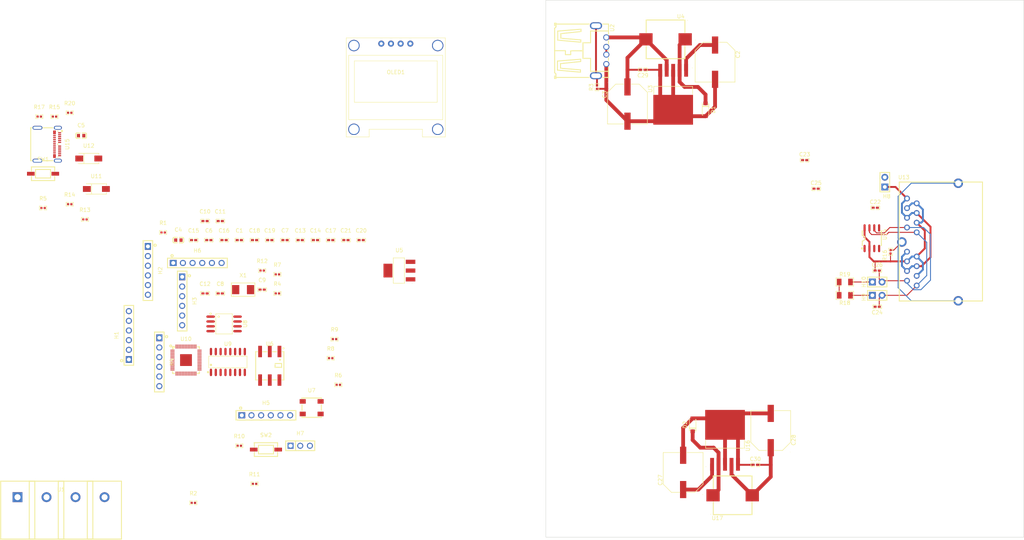
<source format=kicad_pcb>
(kicad_pcb (version 20221018) (generator pcbnew)
  (layers (0 "F.Cu" signal) (31 "B.Cu" signal) (34 "B.Paste" user) (35 "F.Paste" user) (36 "B.SilkS" user "B.Silkscreen") (37 "F.SilkS" user "F.Silkscreen") (38 "B.Mask" user) (39 "F.Mask" user) (44 "Edge.Cuts" user))
  (net 0 "")
  (net 1 "GND")
  (net 2 "+3.3V")
  (net 3 "+VDC")
  (net 4 "/External PSU/Vout")
  (net 5 "+5V")
  (net 6 "Net-(U10-XIN)")
  (net 7 "Net-(X1-OSC2)")
  (net 8 "+1V1")
  (net 9 "Net-(U14-CANH)")
  (net 10 "Net-(C25-Pad1)")
  (net 11 "Net-(U14-CANL)")
  (net 12 "/RP2040/5V PSU/Vout")
  (net 13 "Net-(U3-OUT)")
  (net 14 "Net-(U16-OUT)")
  (net 15 "/RP2040/ADC3")
  (net 16 "/RP2040/ADC2")
  (net 17 "/RP2040/ADC1")
  (net 18 "/RP2040/ADC0")
  (net 19 "/RP2040/IO3")
  (net 20 "/RP2040/IO2")
  (net 21 "/RP2040/IO1")
  (net 22 "/RP2040/IO0")
  (net 23 "/RP2040/IO7")
  (net 24 "/RP2040/IO6")
  (net 25 "/RP2040/IO5")
  (net 26 "/RP2040/IO4")
  (net 27 "/RP2040/IO11")
  (net 28 "/RP2040/IO10")
  (net 29 "/RP2040/IO9")
  (net 30 "/RP2040/IO8")
  (net 31 "/RP2040/IO15")
  (net 32 "/RP2040/IO14")
  (net 33 "/RP2040/IO13")
  (net 34 "/RP2040/IO12")
  (net 35 "/RP2040/Debug_Rx")
  (net 36 "/RP2040/Debug_Tx")
  (net 37 "/RP2040/Debug_Data")
  (net 38 "/RP2040/Debug_Clock")
  (net 39 "Net-(U7-DO)")
  (net 40 "Net-(H8-Pad1)")
  (net 41 "Net-(H9-Pad1)")
  (net 42 "Net-(H10-Pad1)")
  (net 43 "/RP2040/I2C_SCL")
  (net 44 "/RP2040/I2C_SDA")
  (net 45 "Net-(U2-SH1)")
  (net 46 "/RP2040/SPI_FLASH.SS")
  (net 47 "Net-(R5-Pad1)")
  (net 48 "Net-(U9-D7)")
  (net 49 "Net-(U9-D6)")
  (net 50 "Net-(U9-D5)")
  (net 51 "Net-(U9-D4)")
  (net 52 "Net-(U10-RUN)")
  (net 53 "Net-(R11-Pad2)")
  (net 54 "Net-(U10-XOUT)")
  (net 55 "/RP2040/USBC.DP")
  (net 56 "Net-(U10-USB_DP)")
  (net 57 "/RP2040/USBC.DM")
  (net 58 "Net-(U10-USB_DM)")
  (net 59 "Net-(U15-CC2)")
  (net 60 "Net-(R16-Pad1)")
  (net 61 "/RP2040/USBC.SHIELD")
  (net 62 "Net-(U15-CC1)")
  (net 63 "Net-(U2-D+)")
  (net 64 "/RP2040/LED_Din")
  (net 65 "/RP2040/SPI_FLASH.SD1")
  (net 66 "/RP2040/SPI_FLASH.SD2")
  (net 67 "/RP2040/SPI_FLASH.SD3")
  (net 68 "/RP2040/SPI_FLASH.SCLK")
  (net 69 "/RP2040/SPI_FLASH.SD0")
  (net 70 "/RP2040/SR_Load")
  (net 71 "/RP2040/SR_Clock")
  (net 73 "/RP2040/SR_Data")
  (net 74 "Net-(U10-GPIO24)")
  (net 75 "Net-(U10-GPIO25)")
  (net 76 "/RP2040/USBC.VBUS")
  (footprint "jlc_footprints:HDR-TH_3P-P2.54-V-F" (layer "F.Cu") (at 92.5 132)
    (fp_text reference "H7")
    (fp_text value "WS2812")
  )
  (footprint "jlc_footprints:C0402" (layer "F.Cu") (at 92.5 78)
    (fp_text reference "C13")
    (fp_text value "1uF")
  )
  (footprint "jlc_footprints:R1206" (layer "F.Cu") (at 235.5 89)
    (fp_text reference "R19")
    (fp_text value "60R4")
  )
  (footprint "jlc_footprints:TO-263-5_L10.6-W9.6-P1.70-LS15.9-BR" (layer "F.Cu") (at 190.42507 38.591568 90)
    (fp_text reference "U3")
    (fp_text value "LM2576S-5_0_TR")
  )
  (footprint "jlc_footprints:R0402" (layer "F.Cu") (at 76.5 132)
    (fp_text reference "R10")
    (fp_text value "10K")
  )
  (footprint "jlc_footprints:CAP-SMD_BD10.0-L10.3-W10.3-FD" (layer "F.Cu") (at 193.045085 139 90)
    (fp_text reference "C27")
    (fp_text value "100uF")
  )
  (footprint "jlc_footprints:HDR-TH_6P-P2.54-V-F" (layer "F.Cu") (at 55.5 110 -90)
    (fp_text reference "H4")
    (fp_text value "IO_C")
  )
  (footprint "jlc_footprints:CONN-TH_4P-P7.62_L15.2-W31.7-EX4.2" (layer "F.Cu") (at 29.689992 145.5)
    (fp_text reference "U1")
    (fp_text value "DBT50G-7_62-4P")
  )
  (footprint "jlc_footprints:R0402" (layer "F.Cu") (at 31.969901 68.569977)
    (fp_text reference "R14")
    (fp_text value "27R4")
  )
  (footprint "jlc_footprints:RJ45-TH_DS1129-05-S80BP-X" (layer "F.Cu") (at 257.885503 78.5 90)
    (fp_text reference "U13")
    (fp_text value "CAN_IO")
  )
  (footprint "jlc_footprints:SOD-123_L2.8-W1.8-LS3.7-RD" (layer "F.Cu") (at 195.545085 126.5 90)
    (fp_text reference "D2")
    (fp_text value "MBR340F")
  )
  (footprint "jlc_footprints:C0402" (layer "F.Cu") (at 224.954915 57)
    (fp_text reference "C23")
    (fp_text value "47nF")
  )
  (footprint "jlc_footprints:C0402" (layer "F.Cu") (at 71.5 73)
    (fp_text reference "C11")
    (fp_text value "100nF")
  )
  (footprint "jlc_footprints:CAP-SMD_BD10.0-L10.3-W10.3-FD" (layer "F.Cu") (at 201.42507 31.274956 -90)
    (fp_text reference "C2")
    (fp_text value "100uF")
  )
  (footprint "jlc_footprints:R0402" (layer "F.Cu") (at 102.5 116)
    (fp_text reference "R6")
    (fp_text value "10K")
  )
  (footprint "jlc_footprints:C0402" (layer "F.Cu") (at 76.5 78)
    (fp_text reference "C1")
    (fp_text value "100nF")
  )
  (footprint "jlc_footprints:R0402" (layer "F.Cu") (at 35.969901 72.569977)
    (fp_text reference "R13")
    (fp_text value "27R4")
  )
  (footprint "jlc_footprints:C0402" (layer "F.Cu") (at 104.5 78)
    (fp_text reference "C21")
    (fp_text value "100nF")
  )
  (footprint "jlc_footprints:C0402" (layer "F.Cu") (at 244 86)
    (fp_text reference "C26")
    (fp_text value "100pF")
  )
  (footprint "jlc_footprints:HDR-TH_6P-P2.54-V-F" (layer "F.Cu") (at 65.5 84)
    (fp_text reference "H6")
    (fp_text value "Debug")
  )
  (footprint "jlc_footprints:C0402" (layer "F.Cu") (at 72.5 78)
    (fp_text reference "C16")
    (fp_text value "100nF")
  )
  (footprint "jlc_footprints:SOIC-8_L5.0-W4.0-P1.27-LS6.0-BL" (layer "F.Cu") (at 242.594996 77.5)
    (fp_text reference "U14")
    (fp_text value "TJA1042T_3_1J")
  )
  (footprint "jlc_footprints:LED-SMD_4P-L5.0-W5.0-LS5.4-TL-1" (layer "F.Cu") (at 95.5 122)
    (fp_text reference "U7")
    (fp_text value "WS2812E-V5")
  )
  (footprint "jlc_footprints:HDR-TH_6P-P2.54-V-F" (layer "F.Cu") (at 47.5 103 90)
    (fp_text reference "H1")
    (fp_text value "IO_ADC")
  )
  (footprint "jlc_footprints:R0402" (layer "F.Cu") (at 170.42507 37.842139 90)
    (fp_text reference "R3")
    (fp_text value "1M")
  )
  (footprint "jlc_footprints:C0402" (layer "F.Cu") (at 88.5 78)
    (fp_text reference "C7")
    (fp_text value "100nF")
  )
  (footprint "jlc_footprints:C0402" (layer "F.Cu") (at 82.5 91)
    (fp_text reference "C9")
    (fp_text value "27p")
  )
  (footprint "jlc_footprints:HDR-TH_2P-P2.54-V-M-1" (layer "F.Cu") (at 246 62.770003 90)
    (fp_text reference "H8")
    (fp_text value "PWR")
  )
  (footprint "jlc_footprints:HDR-TH_6P-P2.54-V-F" (layer "F.Cu") (at 52.5 86 -90)
    (fp_text reference "H2")
    (fp_text value "IO_A")
  )
  (footprint "jlc_footprints:R0402" (layer "F.Cu") (at 56.5 76)
    (fp_text reference "R1")
    (fp_text value "10K")
  )
  (footprint "jlc_footprints:R0402" (layer "F.Cu") (at 31.969901 44.569977)
    (fp_text reference "R20")
    (fp_text value "5K1")
  )
  (footprint "jlc_footprints:C0402" (layer "F.Cu") (at 80.5 78)
    (fp_text reference "C18")
    (fp_text value "100nF")
  )
  (footprint "jlc_footprints:USB-C-SMD_TYPE-C-USB-18" (layer "F.Cu") (at 26.409957 52.820041 -90)
    (fp_text reference "U15")
    (fp_text value "USB-C")
  )
  (footprint "jlc_footprints:C0402" (layer "F.Cu") (at 67.5 92)
    (fp_text reference "C12")
    (fp_text value "1uF")
  )
  (footprint "jlc_footprints:OSC-SMD_2P-L5.0-W3.2" (layer "F.Cu") (at 77.5 91)
    (fp_text reference "X1")
    (fp_text value "12MHz")
  )
  (footprint "jlc_footprints:SW-SMD_L6.1-W3.6-LS6.6" (layer "F.Cu") (at 24.969901 60.569977)
    (fp_text reference "SW1")
    (fp_text value "BOOTSEL")
  )
  (footprint "jlc_footprints:TO-263-5_L10.6-W9.6-P1.70-LS15.9-BR" (layer "F.Cu") (at 204.045085 131.683388 -90)
    (fp_text reference "U16")
    (fp_text value "LM2576S-5_0_TR")
  )
  (footprint "jlc_footprints:R0402" (layer "F.Cu") (at 80.5 142)
    (fp_text reference "R11")
    (fp_text value "1K")
  )
  (footprint "jlc_footprints:R0402" (layer "F.Cu") (at 82.5 86)
    (fp_text reference "R12")
    (fp_text value "1K")
  )
  (footprint "jlc_footprints:HDR-TH_6P-P2.54-V-F" (layer "F.Cu") (at 61.5 94 -90)
    (fp_text reference "H3")
    (fp_text value "IO_B")
  )
  (footprint "jlc_footprints:SW-SMD_L6.1-W3.6-LS6.6" (layer "F.Cu") (at 83.5 133)
    (fp_text reference "SW2")
    (fp_text value "RESET")
  )
  (footprint "jlc_footprints:R0402" (layer "F.Cu") (at 23.969901 45.569977)
    (fp_text reference "R17")
    (fp_text value "1M")
  )
  (footprint "jlc_footprints:R0402" (layer "F.Cu") (at 86.5 92)
    (fp_text reference "R4")
    (fp_text value "10K")
  )
  (footprint "jlc_footprints:R0402" (layer "F.Cu") (at 27.969901 45.569977)
    (fp_text reference "R15")
    (fp_text value "5K1")
  )
  (footprint "jlc_footprints:C0402" (layer "F.Cu") (at 108.5 78)
    (fp_text reference "C20")
    (fp_text value "100nF")
  )
  (footprint "jlc_footprints:SOIC-8_L5.3-W5.3-P1.27-LS8.0-BL" (layer "F.Cu") (at 72.5 100 -90)
    (fp_text reference "U8")
    (fp_text value "W25Q128JVSIQ")
  )
  (footprint "jlc_footprints:C0402" (layer "F.Cu") (at 244 95.5 180)
    (fp_text reference "C24")
    (fp_text value "100pF")
  )
  (footprint "jlc_footprints:SOT-223-3_L6.5-W3.4-P2.30-LS7.0-BR" (layer "F.Cu") (at 118.5 86)
    (fp_text reference "U5")
    (fp_text value "NCP1117ST33T3G")
  )
  (footprint "jlc_footprints:SMA_L4.4-W2.8-LS5.4-R-RD" (layer "F.Cu") (at 38.969901 64.569977)
    (fp_text reference "U11")
    (fp_text value "SS54_C22452")
  )
  (footprint "jlc_footprints:CAP-SMD_BD10.0-L10.3-W10.3-LS11.3-FD" (layer "F.Cu") (at 178.42507 42.274956 -90)
    (fp_text reference "C3")
    (fp_text value "1000uF")
  )
  (footprint "jlc_footprints:CAP-SMD_BD10.0-L10.3-W10.3-LS11.3-FD" (layer "F.Cu") (at 216.045085 128 90)
    (fp_text reference "C28")
    (fp_text value "1000uF")
  )
  (footprint "jlc_footprints:C0402" (layer "F.Cu") (at 67.5 73)
    (fp_text reference "C10")
    (fp_text value "100nF")
  )
  (footprint "jlc_footprints:C0603" (layer "F.Cu") (at 34.969901 50.569977)
    (fp_text reference "C5")
    (fp_text value "10uF")
  )
  (footprint "jlc_footprints:C0402" (layer "F.Cu") (at 84.5 78)
    (fp_text reference "C19")
    (fp_text value "100nF")
  )
  (footprint "jlc_footprints:C0402" (layer "F.Cu") (at 64.5 78)
    (fp_text reference "C15")
    (fp_text value "100nF")
  )
  (footprint "jlc_footprints:R0402" (layer "F.Cu") (at 247.5 81.067183 -90)
    (fp_text reference "R16")
    (fp_text value "1M")
  )
  (footprint "jlc_footprints:SMA_L4.4-W2.8-LS5.4-R-RD" (layer "F.Cu") (at 36.969901 56.569977)
    (fp_text reference "U12")
    (fp_text value "SS54_C22452")
  )
  (footprint "jlc_footprints:R0402" (layer "F.Cu") (at 24.969901 69.569977)
    (fp_text reference "R5")
    (fp_text value "1K")
  )
  (footprint "jlc_footprints:SW-SMD_SM_SKCR-16S" (layer "F.Cu") (at 84.5 111)
    (fp_text reference "U6")
    (fp_text value "SKCR-16S")
  )
  (footprint "jlc_footprints:C0603" (layer "F.Cu") (at 60.5 78)
    (fp_text reference "C4")
    (fp_text value "10uF")
  )
  (footprint "jlc_footprints:C0402" (layer "F.Cu") (at 227.954915 64.5)
    (fp_text reference "C25")
    (fp_text value "4.7nF")
  )
  (footprint "jlc_footprints:C0402" (layer "F.Cu") (at 96.5 78)
    (fp_text reference "C14")
    (fp_text value "100nF")
  )
  (footprint "jlc_footprints:R1206" (layer "F.Cu") (at 235.5 92.5 180)
    (fp_text reference "R18")
    (fp_text value "60R4")
  )
  (footprint "jlc_footprints:USB-A-TH_USB-302-T" (layer "F.Cu") (at 171.516383 28.274956 -90)
    (fp_text reference "U2")
    (fp_text value "USB-A")
  )
  (footprint "jlc_footprints:C0402" (layer "F.Cu") (at 68.5 78)
    (fp_text reference "C6")
    (fp_text value "100nF")
  )
  (footprint "jlc_footprints:SOIC-16_L9.9-W3.9-P1.27-LS6.0-BL" (layer "F.Cu") (at 73.5 110)
    (fp_text reference "U9")
    (fp_text value "74HC165D,653")
  )
  (footprint "jlc_footprints:R0402" (layer "F.Cu") (at 64.432817 147)
    (fp_text reference "R2")
    (fp_text value "10K")
  )
  (footprint "jlc_footprints:SOD-123_L2.8-W1.8-LS3.7-RD" (layer "F.Cu") (at 198.92507 43.774956 -90)
    (fp_text reference "D1")
    (fp_text value "MBR340F")
  )
  (footprint "jlc_footprints:IND-SMD_L11.5-W10.0_YSPI1050" (layer "F.Cu") (at 206.045085 145)
    (fp_text reference "U17")
    (fp_text value "100uH")
  )
  (footprint "jlc_footprints:LQFN-56_L7.0-W7.0-P0.4-EP" (layer "F.Cu") (at 62.5 109.500127)
    (fp_text reference "U10")
    (fp_text value "RP2040")
  )
  (footprint "jlc_footprints:HDR-TH_6P-P2.54-V-F" (layer "F.Cu") (at 83.5 124)
    (fp_text reference "H5")
    (fp_text value "IO_D")
  )
  (footprint "jlc_footprints:IND-SMD_L11.5-W10.0_YSPI1050" (layer "F.Cu") (at 188.42507 25.274956 180)
    (fp_text reference "U4")
    (fp_text value "100uH")
  )
  (footprint "jlc_footprints:R0402" (layer "F.Cu") (at 100.5 109)
    (fp_text reference "R8")
    (fp_text value "10K")
  )
  (footprint "jlc_footprints:C0402" (layer "F.Cu") (at 71.5 92)
    (fp_text reference "C8")
    (fp_text value "27p")
  )
  (footprint "jlc_footprints:C0402" (layer "F.Cu") (at 182.470155 33.274956 180)
    (fp_text reference "C29")
    (fp_text value "100nF")
  )
  (footprint "jlc_footprints:R0402" (layer "F.Cu") (at 101.5 104)
    (fp_text reference "R9")
    (fp_text value "10K")
  )
  (footprint "extern:SSD1306_0.96_Oled" (layer "F.Cu") (at 104.595 50.905)
    (fp_text reference "OLED1")
    (fp_text value "SSD1306")
  )
  (footprint "jlc_footprints:C0402" (layer "F.Cu") (at 243.5 69.5)
    (fp_text reference "C22")
    (fp_text value "100nF")
  )
  (footprint "jlc_footprints:C0402" (layer "F.Cu") (at 100.5 78)
    (fp_text reference "C17")
    (fp_text value "100nF")
  )
  (footprint "jlc_footprints:HDR-TH_2P-P2.54-V-M-1" (layer "F.Cu") (at 244 89)
    (fp_text reference "H10")
    (fp_text value "T_CL")
  )
  (footprint "jlc_footprints:R0402" (layer "F.Cu") (at 86.5 87)
    (fp_text reference "R7")
    (fp_text value "10K")
  )
  (footprint "jlc_footprints:HDR-TH_2P-P2.54-V-M-1" (layer "F.Cu") (at 244 92.5)
    (fp_text reference "H9")
    (fp_text value "T_CH")
  )
  (footprint "jlc_footprints:C0402" (layer "F.Cu") (at 212 137)
    (fp_text reference "C30")
    (fp_text value "100nF")
  )
  (gr_rect (start 157 15) (end 282.5 156) (stroke (width 0.1)) (fill none) (layer "Edge.Cuts"))
  (segment (start 172.871349 41.221108) (end 178.42507 46.774829) (width 1) (layer "F.Cu") (net 1))
  (segment (start 201.42507 42.967361) (end 198.92507 45.467361) (width 1) (layer "F.Cu") (net 1))
  (segment (start 198.92507 45.467361) (end 192.117475 45.467361) (width 1) (layer "F.Cu") (net 1))
  (segment (start 190.42507 33.40818) (end 190.42507 43.774956) (width 1) (layer "F.Cu") (net 1))
  (segment (start 202.35268 124.807595) (end 204.045085 126.5) (width 1) (layer "F.Cu") (net 1))
  (segment (start 216.045085 123.500127) (end 207.044958 123.500127) (width 1) (layer "F.Cu") (net 1))
  (segment (start 254.370492 82.309881) (end 256.5 80.180373) (width 0.5) (layer "F.Cu") (net 1))
  (segment (start 187.425197 46.774829) (end 190.42507 43.774956) (width 1) (layer "F.Cu") (net 1))
  (segment (start 241.959995 82.459995) (end 243.079883 83.579883) (width 0.5) (layer "F.Cu") (net 1))
  (segment (start 207.445136 129.900051) (end 204.045085 126.5) (width 1) (layer "F.Cu") (net 1))
  (segment (start 195.545085 124.807595) (end 202.35268 124.807595) (width 1) (layer "F.Cu") (net 1))
  (segment (start 170.42507 38.274956) (end 172.871349 38.274956) (width 0.5) (layer "F.Cu") (net 1))
  (segment (start 192.117475 45.467361) (end 190.42507 43.774956) (width 1) (layer "F.Cu") (net 1))
  (segment (start 247.5 81.5) (end 247.5 83.579883) (width 0.25) (layer "F.Cu") (net 1))
  (segment (start 201.42507 35.774829) (end 201.42507 42.967361) (width 1) (layer "F.Cu") (net 1))
  (segment (start 193.045085 134.500127) (end 193.045085 127.307595) (width 1) (layer "F.Cu") (net 1))
  (segment (start 204.045085 136.866776) (end 204.045085 126.5) (width 1) (layer "F.Cu") (net 1))
  (segment (start 187.025019 33.40818) (end 187.025019 40.374905) (width 1) (layer "F.Cu") (net 1))
  (segment (start 207.044958 123.500127) (end 204.045085 126.5) (width 1) (layer "F.Cu") (net 1))
  (segment (start 241.959995 78.459995) (end 240.689992 77.189992) (width 0.5) (layer "F.Cu") (net 1))
  (segment (start 178.42507 46.774829) (end 187.425197 46.774829) (width 1) (layer "F.Cu") (net 1))
  (segment (start 256.5 75.549371) (end 254.370492 73.419863) (width 0.5) (layer "F.Cu") (net 1))
  (segment (start 240.689992 77.189992) (end 240.689992 74.794895) (width 0.5) (layer "F.Cu") (net 1))
  (segment (start 187.025019 40.374905) (end 190.42507 43.774956) (width 1) (layer "F.Cu") (net 1))
  (segment (start 243.5 83.579883) (end 247.5 83.579883) (width 0.5) (layer "F.Cu") (net 1))
  (segment (start 256.5 80.180373) (end 256.5 75.549371) (width 0.5) (layer "F.Cu") (net 1))
  (segment (start 183.01524 33.274956) (end 186.891795 33.274956) (width 0.5) (layer "F.Cu") (net 1))
  (segment (start 243.454915 83.624968) (end 243.5 83.579883) (width 0.25) (layer "F.Cu") (net 1))
  (segment (start 207.57836 137) (end 207.445136 136.866776) (width 0.5) (layer "F.Cu") (net 1))
  (segment (start 243.454915 86) (end 243.454915 83.624968) (width 0.25) (layer "F.Cu") (net 1))
  (segment (start 207.445136 136.866776) (end 207.445136 129.900051) (width 1) (layer "F.Cu") (net 1))
  (segment (start 247.5 83.579883) (end 251.830486 83.579883) (width 0.5) (layer "F.Cu") (net 1))
  (segment (start 193.045085 127.307595) (end 195.545085 124.807595) (width 1) (layer "F.Cu") (net 1))
  (segment (start 243.079883 83.579883) (end 243.5 83.579883) (width 0.5) (layer "F.Cu") (net 1))
  (segment (start 172.871349 38.274956) (end 172.871349 41.221108) (width 1) (layer "F.Cu") (net 1))
  (segment (start 172.871349 31.775083) (end 172.871349 38.274956) (width 1) (layer "F.Cu") (net 1))
  (segment (start 211.454915 137) (end 207.57836 137) (width 0.5) (layer "F.Cu") (net 1))
  (segment (start 186.891795 33.274956) (end 187.025019 33.40818) (width 0.5) (layer "F.Cu") (net 1))
  (segment (start 241.959995 80.205105) (end 241.959995 78.459995) (width 0.5) (layer "F.Cu") (net 1))
  (segment (start 241.959995 80.205105) (end 241.959995 82.459995) (width 0.5) (layer "F.Cu") (net 1))
  (segment (start 256 83.939389) (end 254.370492 82.309881) (width 0.5) (layer "B.Cu") (net 1))
  (segment (start 253.100488 82.309881) (end 251.830486 83.579883) (width 0.5) (layer "B.Cu") (net 1))
  (segment (start 256 85.760383) (end 256 83.939389) (width 0.5) (layer "B.Cu") (net 1))
  (segment (start 254.370492 82.309881) (end 253.100488 82.309881) (width 0.5) (layer "B.Cu") (net 1))
  (segment (start 254.370492 73.419863) (end 255.580137 73.419863) (width 0.5) (layer "B.Cu") (net 1))
  (segment (start 253.100488 68.339853) (end 251.830486 69.609855) (width 0.5) (layer "B.Cu") (net 1))
  (segment (start 256 69.969361) (end 254.370492 68.339853) (width 0.5) (layer "B.Cu") (net 1))
  (segment (start 255.580137 73.419863) (end 256 73) (width 0.5) (layer "B.Cu") (net 1))
  (segment (start 254.370492 87.389891) (end 256 85.760383) (width 0.5) (layer "B.Cu") (net 1))
  (segment (start 254.370492 68.339853) (end 253.100488 68.339853) (width 0.5) (layer "B.Cu") (net 1))
  (segment (start 256 73) (end 256 69.969361) (width 0.5) (layer "B.Cu") (net 1))
  (segment (start 197.424943 26.775083) (end 201.42507 26.775083) (width 1) (layer "F.Cu") (net 3))
  (segment (start 200.645034 136.866776) (end 200.645034 139.900051) (width 1) (layer "F.Cu") (net 3))
  (segment (start 200.645034 139.900051) (end 197.045212 143.499873) (width 1) (layer "F.Cu") (net 3))
  (segment (start 193.825121 33.40818) (end 193.825121 30.374905) (width 1) (layer "F.Cu") (net 3))
  (segment (start 197.045212 143.499873) (end 193.045085 143.499873) (width 1) (layer "F.Cu") (net 3))
  (segment (start 193.825121 30.374905) (end 197.424943 26.775083) (width 1) (layer "F.Cu") (net 3))
  (segment (start 188.725045 33.40818) (end 188.725045 30.725045) (width 1) (layer "F.Cu") (net 4))
  (segment (start 188.725045 30.725045) (end 183.274956 25.274956) (width 1) (layer "F.Cu") (net 4))
  (segment (start 182.775083 24.775083) (end 183.274956 25.274956) (width 1) (layer "F.Cu") (net 4))
  (segment (start 178.42507 30.124842) (end 183.274956 25.274956) (width 1) (layer "F.Cu") (net 4))
  (segment (start 178.42507 33.274956) (end 178.42507 30.124842) (width 1) (layer "F.Cu") (net 4))
  (segment (start 178.42507 37.775083) (end 178.42507 33.274956) (width 1) (layer "F.Cu") (net 4))
  (segment (start 181.92507 33.274956) (end 178.42507 33.274956) (width 0.5) (layer "F.Cu") (net 4))
  (segment (start 172.871349 24.775083) (end 182.775083 24.775083) (width 1) (layer "F.Cu") (net 4))
  (segment (start 244.545085 95.5) (end 244.545085 93.224918) (width 0.25) (layer "F.Cu") (net 9))
  (segment (start 254.370492 75.959868) (end 247.040132 75.959868) (width 0.25) (layer "F.Cu") (net 9))
  (segment (start 244.545085 93.224918) (end 245.270003 92.5) (width 0.25) (layer "F.Cu") (net 9))
  (segment (start 251.800388 92.5) (end 245.270003 92.5) (width 0.25) (layer "F.Cu") (net 9))
  (segment (start 242.545003 76.545003) (end 241.959995 75.959995) (width 0.25) (layer "F.Cu") (net 9))
  (segment (start 246.454997 76.545003) (end 242.545003 76.545003) (width 0.25) (layer "F.Cu") (net 9))
  (segment (start 254.370492 89.929896) (end 251.800388 92.5) (width 0.25) (layer "F.Cu") (net 9))
  (segment (start 241.959995 75.959995) (end 241.959995 74.794895) (width 0.25) (layer "F.Cu") (net 9))
  (segment (start 247.040132 75.959868) (end 246.454997 76.545003) (width 0.25) (layer "F.Cu") (net 9))
  (segment (start 257 87.300388) (end 254.370492 89.929896) (width 0.25) (layer "B.Cu") (net 9))
  (segment (start 254.370492 75.959868) (end 257 78.589376) (width 0.25) (layer "B.Cu") (net 9))
  (segment (start 257 78.589376) (end 257 87.300388) (width 0.25) (layer "B.Cu") (net 9))
  (segment (start 234.021209 92.5) (end 234.021209 89) (width 0.25) (layer "F.Cu") (net 10))
  (segment (start 251.830486 88.659893) (end 245.61011 88.659893) (width 0.25) (layer "F.Cu") (net 11))
  (segment (start 245.904997 76.095003) (end 243.839198 76.095003) (width 0.25) (layer "F.Cu") (net 11))
  (segment (start 244.545085 88.275082) (end 245.270003 89) (width 0.25) (layer "F.Cu") (net 11))
  (segment (start 251.830486 74.689865) (end 247.310135 74.689865) (width 0.25) (layer "F.Cu") (net 11))
  (segment (start 247.310135 74.689865) (end 245.904997 76.095003) (width 0.25) (layer "F.Cu") (net 11))
  (segment (start 243.229997 75.485802) (end 243.229997 74.794895) (width 0.25) (layer "F.Cu") (net 11))
  (segment (start 243.839198 76.095003) (end 243.229997 75.485802) (width 0.25) (layer "F.Cu") (net 11))
  (segment (start 245.61011 88.659893) (end 245.270003 89) (width 0.25) (layer "F.Cu") (net 11))
  (segment (start 244.545085 86) (end 244.545085 88.275082) (width 0.25) (layer "F.Cu") (net 11))
  (segment (start 256.189865 74.689865) (end 258 76.5) (width 0.25) (layer "B.Cu") (net 11))
  (segment (start 258 76.5) (end 258 88.5) (width 0.25) (layer "B.Cu") (net 11))
  (segment (start 255.483103 91.016897) (end 253.516897 91.016897) (width 0.25) (layer "B.Cu") (net 11))
  (segment (start 253.516897 91.016897) (end 251.830486 89.330486) (width 0.25) (layer "B.Cu") (net 11))
  (segment (start 251.830486 74.689865) (end 256.189865 74.689865) (width 0.25) (layer "B.Cu") (net 11))
  (segment (start 251.830486 89.330486) (end 251.830486 88.659893) (width 0.25) (layer "B.Cu") (net 11))
  (segment (start 258 88.5) (end 255.483103 91.016897) (width 0.25) (layer "B.Cu") (net 11))
  (segment (start 216.045085 132.499873) (end 216.045085 137) (width 1) (layer "F.Cu") (net 12))
  (segment (start 205.74511 136.866776) (end 205.74511 139.549911) (width 1) (layer "F.Cu") (net 12))
  (segment (start 216.045085 140.150114) (end 211.195199 145) (width 1) (layer "F.Cu") (net 12))
  (segment (start 212.545085 137) (end 216.045085 137) (width 0.5) (layer "F.Cu") (net 12))
  (segment (start 216.045085 137) (end 216.045085 140.150114) (width 1) (layer "F.Cu") (net 12))
  (segment (start 205.74511 139.549911) (end 211.195199 145) (width 1) (layer "F.Cu") (net 12))
  (segment (start 192.125095 33.40818) (end 192.125095 36.474981) (width 1) (layer "F.Cu") (net 13))
  (segment (start 192.125095 33.40818) (end 192.125095 26.725045) (width 1) (layer "F.Cu") (net 13))
  (segment (start 198.92507 39.774956) (end 198.92507 42.082551) (width 1) (layer "F.Cu") (net 13))
  (segment (start 196.92507 37.774956) (end 198.92507 39.774956) (width 1) (layer "F.Cu") (net 13))
  (segment (start 193.42507 37.774956) (end 196.92507 37.774956) (width 1) (layer "F.Cu") (net 13))
  (segment (start 192.125095 26.725045) (end 193.575184 25.274956) (width 1) (layer "F.Cu") (net 13))
  (segment (start 192.125095 36.474981) (end 193.42507 37.774956) (width 1) (layer "F.Cu") (net 13))
  (segment (start 201.045085 132.5) (end 197.545085 132.5) (width 1) (layer "F.Cu") (net 14))
  (segment (start 202.34506 143.549911) (end 200.894971 145) (width 1) (layer "F.Cu") (net 14))
  (segment (start 202.34506 133.799975) (end 201.045085 132.5) (width 1) (layer "F.Cu") (net 14))
  (segment (start 202.34506 136.866776) (end 202.34506 133.799975) (width 1) (layer "F.Cu") (net 14))
  (segment (start 197.545085 132.5) (end 195.545085 130.5) (width 1) (layer "F.Cu") (net 14))
  (segment (start 195.545085 130.5) (end 195.545085 128.192405) (width 1) (layer "F.Cu") (net 14))
  (segment (start 202.34506 136.866776) (end 202.34506 143.549911) (width 1) (layer "F.Cu") (net 14))
  (segment (start 258 74.509366) (end 254.370492 70.879858) (width 0.5) (layer "F.Cu") (net 40))
  (segment (start 258 82.5) (end 258 74.509366) (width 0.5) (layer "F.Cu") (net 40))
  (segment (start 248.800642 64.040006) (end 251.830486 67.06985) (width 0.5) (layer "F.Cu") (net 40))
  (segment (start 254.370492 84.849886) (end 255.650114 84.849886) (width 0.5) (layer "F.Cu") (net 40))
  (segment (start 255.650114 84.849886) (end 258 82.5) (width 0.5) (layer "F.Cu") (net 40))
  (segment (start 246 64.040006) (end 248.800642 64.040006) (width 0.5) (layer "F.Cu") (net 40))
  (segment (start 254.370492 84.849886) (end 253.100488 84.849886) (width 0.5) (layer "B.Cu") (net 40))
  (segment (start 251.830486 72.14986) (end 250.5 70.819374) (width 0.5) (layer "B.Cu") (net 40))
  (segment (start 254.370492 70.879858) (end 253.100488 70.879858) (width 0.5) (layer "B.Cu") (net 40))
  (segment (start 250.5 82.370364) (end 251.830486 81.039878) (width 0.5) (layer "B.Cu") (net 40))
  (segment (start 253.100488 70.879858) (end 251.830486 72.14986) (width 0.5) (layer "B.Cu") (net 40))
  (segment (start 253.100488 84.849886) (end 251.830486 86.119888) (width 0.5) (layer "B.Cu") (net 40))
  (segment (start 250.5 68.400336) (end 251.830486 67.06985) (width 0.5) (layer "B.Cu") (net 40))
  (segment (start 250.5 84.789402) (end 250.5 82.370364) (width 0.5) (layer "B.Cu") (net 40))
  (segment (start 251.830486 86.119888) (end 250.5 84.789402) (width 0.5) (layer "B.Cu") (net 40))
  (segment (start 250.5 70.819374) (end 250.5 68.400336) (width 0.5) (layer "B.Cu") (net 40))
  (segment (start 242.729997 92.5) (end 236.978791 92.5) (width 0.25) (layer "F.Cu") (net 41))
  (segment (start 242.729997 89) (end 236.978791 89) (width 0.25) (layer "F.Cu") (net 42))
  (segment (start 170.42507 35.108586) (end 170.161417 34.844933) (width 0.5) (layer "F.Cu") (net 45))
  (segment (start 170.161417 34.844933) (end 170.161417 21.704979) (width 0.5) (layer "F.Cu") (net 45))
  (segment (start 170.42507 37.409322) (end 170.42507 35.108586) (width 0.5) (layer "F.Cu") (net 45))
  (segment (start 248.344965 80.634366) (end 250.480474 78.498857) (width 0.25) (layer "F.Cu") (net 60))
  (segment (start 247.5 80.634366) (end 248.344965 80.634366) (width 0.25) (layer "F.Cu") (net 60))
  (segment (start 249.5 90.5) (end 249.5 79.479331) (width 0.25) (layer "B.Cu") (net 60))
  (segment (start 249.5 79.479331) (end 250.480474 78.498857) (width 0.25) (layer "B.Cu") (net 60))
  (segment (start 252.934976 93.934976) (end 249.5 90.5) (width 0.25) (layer "B.Cu") (net 60))
  (segment (start 265.290507 63.065024) (end 252.934976 63.065024) (width 0.25) (layer "B.Cu") (net 60))
  (segment (start 252.934976 63.065024) (end 249.5 66.5) (width 0.25) (layer "B.Cu") (net 60))
  (segment (start 249.5 77.518383) (end 250.480474 78.498857) (width 0.25) (layer "B.Cu") (net 60))
  (segment (start 265.290507 93.934976) (end 252.934976 93.934976) (width 0.25) (layer "B.Cu") (net 60))
  (segment (start 249.5 66.5) (end 249.5 77.518383) (width 0.25) (layer "B.Cu") (net 60))
  (segment (start 172.871349 29.274956) (end 172.871349 27.274956) (width 0.5) (layer "F.Cu") (net 63))
)
</source>
